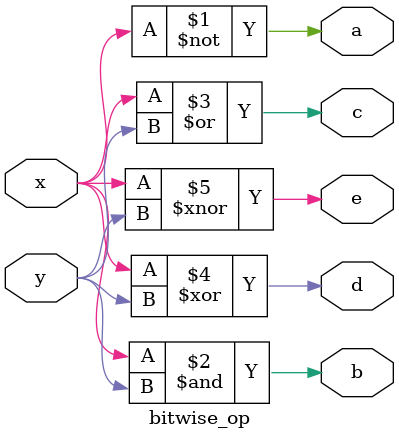
<source format=v>
/*4. Implement the following bitwise operations in a module and display the result:
• ~x, x & y, x | y, x ^ y, x ^~ y*/
module bitwise_op(x,y,a,b,c,d,e);
input x,y;
output a,b,c,d,e;
assign a=~x;
assign b=x&y;
assign c=x|y;
assign d=x^y;
assign e=x~^y;
endmodule

</source>
